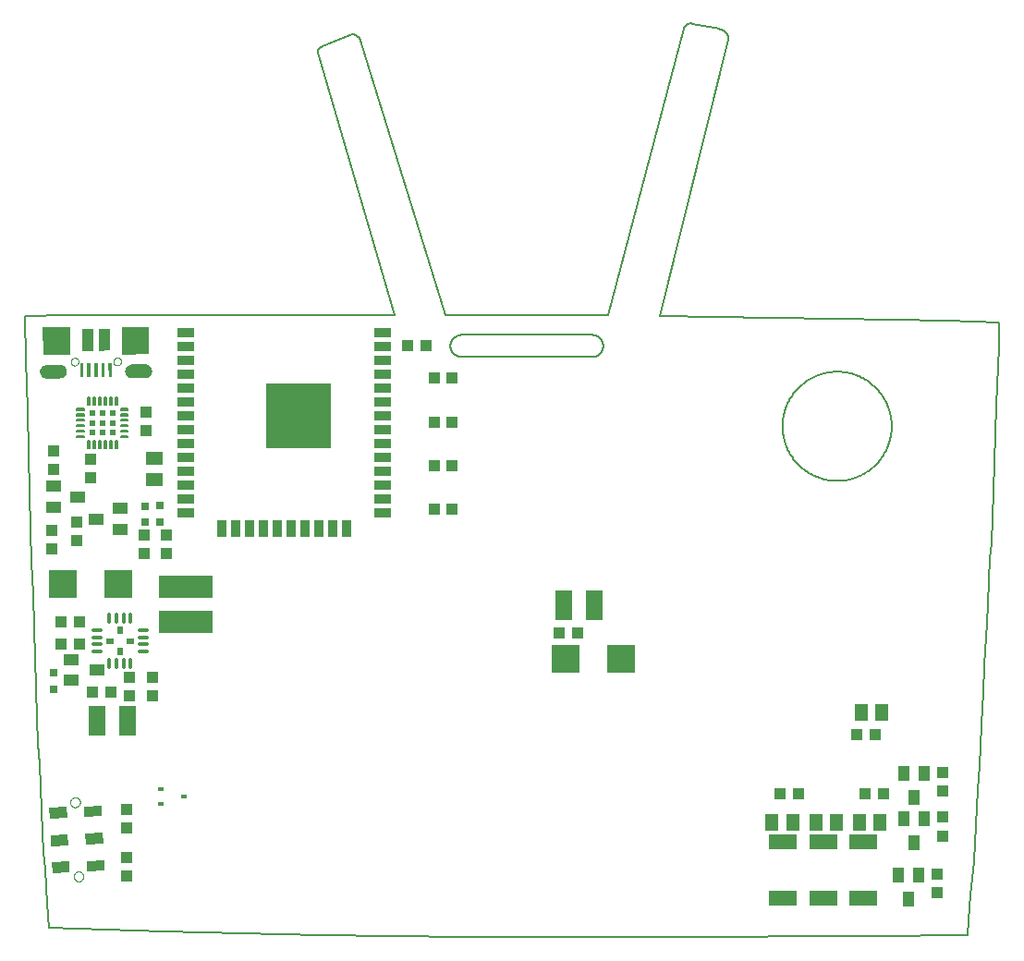
<source format=gbp>
G75*
%MOIN*%
%OFA0B0*%
%FSLAX25Y25*%
%IPPOS*%
%LPD*%
%AMOC8*
5,1,8,0,0,1.08239X$1,22.5*
%
%ADD10C,0.00600*%
%ADD11C,0.00500*%
%ADD12C,0.00591*%
%ADD13R,0.05906X0.03543*%
%ADD14R,0.03543X0.05906*%
%ADD15R,0.23622X0.23622*%
%ADD16R,0.04331X0.03937*%
%ADD17R,0.02362X0.02362*%
%ADD18C,0.00551*%
%ADD19C,0.00000*%
%ADD20R,0.09843X0.09843*%
%ADD21R,0.01181X0.04921*%
%ADD22R,0.07874X0.03937*%
%ADD23R,0.03937X0.04331*%
%ADD24R,0.05512X0.03937*%
%ADD25R,0.10236X0.05512*%
%ADD26R,0.05118X0.05906*%
%ADD27R,0.03937X0.03937*%
%ADD28R,0.03150X0.03150*%
%ADD29R,0.10039X0.09843*%
%ADD30C,0.01378*%
%ADD31R,0.02756X0.02362*%
%ADD32R,0.02362X0.02756*%
%ADD33R,0.19685X0.07874*%
%ADD34R,0.06299X0.10630*%
%ADD35R,0.03937X0.06299*%
%ADD36R,0.03937X0.05512*%
%ADD37R,0.05906X0.05118*%
%ADD38R,0.02362X0.01575*%
D10*
X0018536Y0053992D02*
X0059875Y0052417D01*
X0116174Y0051236D01*
X0168930Y0050449D01*
X0239009Y0050449D01*
X0315781Y0050843D01*
X0349639Y0051236D01*
X0350033Y0056354D01*
X0350426Y0061079D01*
X0350820Y0065409D01*
X0352001Y0078008D01*
X0352788Y0091000D01*
X0353576Y0103598D01*
X0353970Y0112654D01*
X0354363Y0118953D01*
X0354757Y0127220D01*
X0355151Y0132732D01*
X0355544Y0138638D01*
X0355938Y0148480D01*
X0356725Y0163835D01*
X0357119Y0170528D01*
X0357907Y0187063D01*
X0358300Y0192575D01*
X0358694Y0202024D01*
X0359088Y0211079D01*
X0359481Y0221709D01*
X0360269Y0242181D01*
X0361056Y0263441D01*
X0361056Y0272102D01*
X0342552Y0272890D01*
X0302395Y0273677D01*
X0279212Y0273741D01*
X0238661Y0274528D01*
X0283041Y0234773D02*
X0283047Y0235256D01*
X0283065Y0235739D01*
X0283094Y0236221D01*
X0283136Y0236702D01*
X0283189Y0237183D01*
X0283254Y0237661D01*
X0283331Y0238138D01*
X0283419Y0238613D01*
X0283519Y0239086D01*
X0283631Y0239556D01*
X0283754Y0240023D01*
X0283889Y0240487D01*
X0284035Y0240948D01*
X0284192Y0241405D01*
X0284360Y0241858D01*
X0284539Y0242306D01*
X0284730Y0242750D01*
X0284931Y0243189D01*
X0285143Y0243624D01*
X0285365Y0244052D01*
X0285598Y0244476D01*
X0285842Y0244893D01*
X0286095Y0245304D01*
X0286359Y0245709D01*
X0286632Y0246108D01*
X0286915Y0246499D01*
X0287207Y0246884D01*
X0287509Y0247261D01*
X0287820Y0247631D01*
X0288140Y0247993D01*
X0288469Y0248347D01*
X0288807Y0248692D01*
X0289152Y0249030D01*
X0289506Y0249359D01*
X0289868Y0249679D01*
X0290238Y0249990D01*
X0290615Y0250292D01*
X0291000Y0250584D01*
X0291391Y0250867D01*
X0291790Y0251140D01*
X0292195Y0251404D01*
X0292606Y0251657D01*
X0293023Y0251901D01*
X0293447Y0252134D01*
X0293875Y0252356D01*
X0294310Y0252568D01*
X0294749Y0252769D01*
X0295193Y0252960D01*
X0295641Y0253139D01*
X0296094Y0253307D01*
X0296551Y0253464D01*
X0297012Y0253610D01*
X0297476Y0253745D01*
X0297943Y0253868D01*
X0298413Y0253980D01*
X0298886Y0254080D01*
X0299361Y0254168D01*
X0299838Y0254245D01*
X0300316Y0254310D01*
X0300797Y0254363D01*
X0301278Y0254405D01*
X0301760Y0254434D01*
X0302243Y0254452D01*
X0302726Y0254458D01*
X0303209Y0254452D01*
X0303692Y0254434D01*
X0304174Y0254405D01*
X0304655Y0254363D01*
X0305136Y0254310D01*
X0305614Y0254245D01*
X0306091Y0254168D01*
X0306566Y0254080D01*
X0307039Y0253980D01*
X0307509Y0253868D01*
X0307976Y0253745D01*
X0308440Y0253610D01*
X0308901Y0253464D01*
X0309358Y0253307D01*
X0309811Y0253139D01*
X0310259Y0252960D01*
X0310703Y0252769D01*
X0311142Y0252568D01*
X0311577Y0252356D01*
X0312005Y0252134D01*
X0312429Y0251901D01*
X0312846Y0251657D01*
X0313257Y0251404D01*
X0313662Y0251140D01*
X0314061Y0250867D01*
X0314452Y0250584D01*
X0314837Y0250292D01*
X0315214Y0249990D01*
X0315584Y0249679D01*
X0315946Y0249359D01*
X0316300Y0249030D01*
X0316645Y0248692D01*
X0316983Y0248347D01*
X0317312Y0247993D01*
X0317632Y0247631D01*
X0317943Y0247261D01*
X0318245Y0246884D01*
X0318537Y0246499D01*
X0318820Y0246108D01*
X0319093Y0245709D01*
X0319357Y0245304D01*
X0319610Y0244893D01*
X0319854Y0244476D01*
X0320087Y0244052D01*
X0320309Y0243624D01*
X0320521Y0243189D01*
X0320722Y0242750D01*
X0320913Y0242306D01*
X0321092Y0241858D01*
X0321260Y0241405D01*
X0321417Y0240948D01*
X0321563Y0240487D01*
X0321698Y0240023D01*
X0321821Y0239556D01*
X0321933Y0239086D01*
X0322033Y0238613D01*
X0322121Y0238138D01*
X0322198Y0237661D01*
X0322263Y0237183D01*
X0322316Y0236702D01*
X0322358Y0236221D01*
X0322387Y0235739D01*
X0322405Y0235256D01*
X0322411Y0234773D01*
X0322405Y0234290D01*
X0322387Y0233807D01*
X0322358Y0233325D01*
X0322316Y0232844D01*
X0322263Y0232363D01*
X0322198Y0231885D01*
X0322121Y0231408D01*
X0322033Y0230933D01*
X0321933Y0230460D01*
X0321821Y0229990D01*
X0321698Y0229523D01*
X0321563Y0229059D01*
X0321417Y0228598D01*
X0321260Y0228141D01*
X0321092Y0227688D01*
X0320913Y0227240D01*
X0320722Y0226796D01*
X0320521Y0226357D01*
X0320309Y0225922D01*
X0320087Y0225494D01*
X0319854Y0225070D01*
X0319610Y0224653D01*
X0319357Y0224242D01*
X0319093Y0223837D01*
X0318820Y0223438D01*
X0318537Y0223047D01*
X0318245Y0222662D01*
X0317943Y0222285D01*
X0317632Y0221915D01*
X0317312Y0221553D01*
X0316983Y0221199D01*
X0316645Y0220854D01*
X0316300Y0220516D01*
X0315946Y0220187D01*
X0315584Y0219867D01*
X0315214Y0219556D01*
X0314837Y0219254D01*
X0314452Y0218962D01*
X0314061Y0218679D01*
X0313662Y0218406D01*
X0313257Y0218142D01*
X0312846Y0217889D01*
X0312429Y0217645D01*
X0312005Y0217412D01*
X0311577Y0217190D01*
X0311142Y0216978D01*
X0310703Y0216777D01*
X0310259Y0216586D01*
X0309811Y0216407D01*
X0309358Y0216239D01*
X0308901Y0216082D01*
X0308440Y0215936D01*
X0307976Y0215801D01*
X0307509Y0215678D01*
X0307039Y0215566D01*
X0306566Y0215466D01*
X0306091Y0215378D01*
X0305614Y0215301D01*
X0305136Y0215236D01*
X0304655Y0215183D01*
X0304174Y0215141D01*
X0303692Y0215112D01*
X0303209Y0215094D01*
X0302726Y0215088D01*
X0302243Y0215094D01*
X0301760Y0215112D01*
X0301278Y0215141D01*
X0300797Y0215183D01*
X0300316Y0215236D01*
X0299838Y0215301D01*
X0299361Y0215378D01*
X0298886Y0215466D01*
X0298413Y0215566D01*
X0297943Y0215678D01*
X0297476Y0215801D01*
X0297012Y0215936D01*
X0296551Y0216082D01*
X0296094Y0216239D01*
X0295641Y0216407D01*
X0295193Y0216586D01*
X0294749Y0216777D01*
X0294310Y0216978D01*
X0293875Y0217190D01*
X0293447Y0217412D01*
X0293023Y0217645D01*
X0292606Y0217889D01*
X0292195Y0218142D01*
X0291790Y0218406D01*
X0291391Y0218679D01*
X0291000Y0218962D01*
X0290615Y0219254D01*
X0290238Y0219556D01*
X0289868Y0219867D01*
X0289506Y0220187D01*
X0289152Y0220516D01*
X0288807Y0220854D01*
X0288469Y0221199D01*
X0288140Y0221553D01*
X0287820Y0221915D01*
X0287509Y0222285D01*
X0287207Y0222662D01*
X0286915Y0223047D01*
X0286632Y0223438D01*
X0286359Y0223837D01*
X0286095Y0224242D01*
X0285842Y0224653D01*
X0285598Y0225070D01*
X0285365Y0225494D01*
X0285143Y0225922D01*
X0284931Y0226357D01*
X0284730Y0226796D01*
X0284539Y0227240D01*
X0284360Y0227688D01*
X0284192Y0228141D01*
X0284035Y0228598D01*
X0283889Y0229059D01*
X0283754Y0229523D01*
X0283631Y0229990D01*
X0283519Y0230460D01*
X0283419Y0230933D01*
X0283331Y0231408D01*
X0283254Y0231885D01*
X0283189Y0232363D01*
X0283136Y0232844D01*
X0283094Y0233325D01*
X0283065Y0233807D01*
X0283047Y0234290D01*
X0283041Y0234773D01*
X0024881Y0274725D02*
X0009875Y0274465D01*
X0010269Y0258717D01*
X0010662Y0241000D01*
X0011056Y0224858D01*
X0011450Y0211079D01*
X0011844Y0197693D01*
X0012237Y0185488D01*
X0012631Y0174465D01*
X0013025Y0161866D01*
X0013418Y0151630D01*
X0014206Y0129583D01*
X0014599Y0120134D01*
X0014993Y0113047D01*
X0015387Y0104780D01*
X0015781Y0096118D01*
X0016174Y0088638D01*
X0016568Y0080764D01*
X0016962Y0075252D01*
X0017355Y0068559D01*
X0017749Y0063047D01*
X0018143Y0058323D01*
X0018536Y0053992D01*
D11*
X0017904Y0252341D02*
X0017460Y0252364D01*
X0017029Y0252473D01*
X0016628Y0252664D01*
X0016272Y0252929D01*
X0015975Y0253259D01*
X0015747Y0253640D01*
X0015598Y0254059D01*
X0015534Y0254498D01*
X0015595Y0254938D01*
X0015741Y0255358D01*
X0015966Y0255741D01*
X0016261Y0256073D01*
X0016616Y0256341D01*
X0017015Y0256534D01*
X0017445Y0256646D01*
X0017889Y0256672D01*
X0022219Y0256687D01*
X0022663Y0256664D01*
X0023094Y0256555D01*
X0023495Y0256365D01*
X0023851Y0256099D01*
X0024149Y0255770D01*
X0024376Y0255388D01*
X0024525Y0254969D01*
X0024589Y0254530D01*
X0024512Y0254028D01*
X0024326Y0253557D01*
X0024039Y0253138D01*
X0023666Y0252794D01*
X0023226Y0252541D01*
X0022741Y0252393D01*
X0022234Y0252356D01*
X0017904Y0252341D01*
X0016581Y0252699D02*
X0023500Y0252699D01*
X0024079Y0253197D02*
X0016030Y0253197D01*
X0015727Y0253696D02*
X0024381Y0253696D01*
X0024538Y0254194D02*
X0015578Y0254194D01*
X0015561Y0254693D02*
X0024565Y0254693D01*
X0024446Y0255191D02*
X0015683Y0255191D01*
X0015936Y0255690D02*
X0024196Y0255690D01*
X0023732Y0256188D02*
X0016414Y0256188D01*
X0022114Y0256687D02*
X0022227Y0256687D01*
X0046242Y0254606D02*
X0046307Y0254166D01*
X0046455Y0253747D01*
X0046683Y0253366D01*
X0046981Y0253036D01*
X0047337Y0252771D01*
X0047738Y0252580D01*
X0048169Y0252471D01*
X0048612Y0252448D01*
X0052943Y0252464D01*
X0053449Y0252500D01*
X0053934Y0252648D01*
X0054374Y0252901D01*
X0054747Y0253245D01*
X0055034Y0253664D01*
X0055221Y0254136D01*
X0055298Y0254637D01*
X0055233Y0255077D01*
X0055085Y0255495D01*
X0054857Y0255877D01*
X0054559Y0256206D01*
X0054203Y0256472D01*
X0053802Y0256663D01*
X0053371Y0256771D01*
X0052928Y0256794D01*
X0048597Y0256779D01*
X0048154Y0256753D01*
X0047724Y0256641D01*
X0047324Y0256448D01*
X0046970Y0256180D01*
X0046674Y0255848D01*
X0046449Y0255465D01*
X0046304Y0255045D01*
X0046242Y0254606D01*
X0046255Y0254693D02*
X0055289Y0254693D01*
X0055230Y0254194D02*
X0046303Y0254194D01*
X0046486Y0253696D02*
X0055047Y0253696D01*
X0054695Y0253197D02*
X0046835Y0253197D01*
X0047489Y0252699D02*
X0054022Y0252699D01*
X0055193Y0255191D02*
X0046354Y0255191D01*
X0046581Y0255690D02*
X0054969Y0255690D01*
X0054576Y0256188D02*
X0046980Y0256188D01*
X0047898Y0256687D02*
X0053707Y0256687D01*
X0167177Y0259861D02*
X0214421Y0259861D01*
X0218358Y0263798D02*
X0218356Y0263922D01*
X0218350Y0264045D01*
X0218341Y0264169D01*
X0218327Y0264291D01*
X0218310Y0264414D01*
X0218288Y0264536D01*
X0218263Y0264657D01*
X0218234Y0264777D01*
X0218202Y0264896D01*
X0218165Y0265015D01*
X0218125Y0265132D01*
X0218082Y0265247D01*
X0218034Y0265362D01*
X0217983Y0265474D01*
X0217929Y0265585D01*
X0217871Y0265695D01*
X0217810Y0265802D01*
X0217745Y0265908D01*
X0217677Y0266011D01*
X0217606Y0266112D01*
X0217532Y0266211D01*
X0217455Y0266308D01*
X0217374Y0266402D01*
X0217291Y0266493D01*
X0217205Y0266582D01*
X0217116Y0266668D01*
X0217025Y0266751D01*
X0216931Y0266832D01*
X0216834Y0266909D01*
X0216735Y0266983D01*
X0216634Y0267054D01*
X0216531Y0267122D01*
X0216425Y0267187D01*
X0216318Y0267248D01*
X0216208Y0267306D01*
X0216097Y0267360D01*
X0215985Y0267411D01*
X0215870Y0267459D01*
X0215755Y0267502D01*
X0215638Y0267542D01*
X0215519Y0267579D01*
X0215400Y0267611D01*
X0215280Y0267640D01*
X0215159Y0267665D01*
X0215037Y0267687D01*
X0214914Y0267704D01*
X0214792Y0267718D01*
X0214668Y0267727D01*
X0214545Y0267733D01*
X0214421Y0267735D01*
X0167177Y0267735D01*
X0163240Y0263798D02*
X0163242Y0263674D01*
X0163248Y0263551D01*
X0163257Y0263427D01*
X0163271Y0263305D01*
X0163288Y0263182D01*
X0163310Y0263060D01*
X0163335Y0262939D01*
X0163364Y0262819D01*
X0163396Y0262700D01*
X0163433Y0262581D01*
X0163473Y0262464D01*
X0163516Y0262349D01*
X0163564Y0262234D01*
X0163615Y0262122D01*
X0163669Y0262011D01*
X0163727Y0261901D01*
X0163788Y0261794D01*
X0163853Y0261688D01*
X0163921Y0261585D01*
X0163992Y0261484D01*
X0164066Y0261385D01*
X0164143Y0261288D01*
X0164224Y0261194D01*
X0164307Y0261103D01*
X0164393Y0261014D01*
X0164482Y0260928D01*
X0164573Y0260845D01*
X0164667Y0260764D01*
X0164764Y0260687D01*
X0164863Y0260613D01*
X0164964Y0260542D01*
X0165067Y0260474D01*
X0165173Y0260409D01*
X0165280Y0260348D01*
X0165390Y0260290D01*
X0165501Y0260236D01*
X0165613Y0260185D01*
X0165728Y0260137D01*
X0165843Y0260094D01*
X0165960Y0260054D01*
X0166079Y0260017D01*
X0166198Y0259985D01*
X0166318Y0259956D01*
X0166439Y0259931D01*
X0166561Y0259909D01*
X0166684Y0259892D01*
X0166806Y0259878D01*
X0166930Y0259869D01*
X0167053Y0259863D01*
X0167177Y0259861D01*
X0163240Y0263798D02*
X0163242Y0263922D01*
X0163248Y0264045D01*
X0163257Y0264169D01*
X0163271Y0264291D01*
X0163288Y0264414D01*
X0163310Y0264536D01*
X0163335Y0264657D01*
X0163364Y0264777D01*
X0163396Y0264896D01*
X0163433Y0265015D01*
X0163473Y0265132D01*
X0163516Y0265247D01*
X0163564Y0265362D01*
X0163615Y0265474D01*
X0163669Y0265585D01*
X0163727Y0265695D01*
X0163788Y0265802D01*
X0163853Y0265908D01*
X0163921Y0266011D01*
X0163992Y0266112D01*
X0164066Y0266211D01*
X0164143Y0266308D01*
X0164224Y0266402D01*
X0164307Y0266493D01*
X0164393Y0266582D01*
X0164482Y0266668D01*
X0164573Y0266751D01*
X0164667Y0266832D01*
X0164764Y0266909D01*
X0164863Y0266983D01*
X0164964Y0267054D01*
X0165067Y0267122D01*
X0165173Y0267187D01*
X0165280Y0267248D01*
X0165390Y0267306D01*
X0165501Y0267360D01*
X0165613Y0267411D01*
X0165728Y0267459D01*
X0165843Y0267502D01*
X0165960Y0267542D01*
X0166079Y0267579D01*
X0166198Y0267611D01*
X0166318Y0267640D01*
X0166439Y0267665D01*
X0166561Y0267687D01*
X0166684Y0267704D01*
X0166806Y0267718D01*
X0166930Y0267727D01*
X0167053Y0267733D01*
X0167177Y0267735D01*
X0214421Y0259861D02*
X0214545Y0259863D01*
X0214668Y0259869D01*
X0214792Y0259878D01*
X0214914Y0259892D01*
X0215037Y0259909D01*
X0215159Y0259931D01*
X0215280Y0259956D01*
X0215400Y0259985D01*
X0215519Y0260017D01*
X0215638Y0260054D01*
X0215755Y0260094D01*
X0215870Y0260137D01*
X0215985Y0260185D01*
X0216097Y0260236D01*
X0216208Y0260290D01*
X0216318Y0260348D01*
X0216425Y0260409D01*
X0216531Y0260474D01*
X0216634Y0260542D01*
X0216735Y0260613D01*
X0216834Y0260687D01*
X0216931Y0260764D01*
X0217025Y0260845D01*
X0217116Y0260928D01*
X0217205Y0261014D01*
X0217291Y0261103D01*
X0217374Y0261194D01*
X0217455Y0261288D01*
X0217532Y0261385D01*
X0217606Y0261484D01*
X0217677Y0261585D01*
X0217745Y0261688D01*
X0217810Y0261794D01*
X0217871Y0261901D01*
X0217929Y0262011D01*
X0217983Y0262122D01*
X0218034Y0262234D01*
X0218082Y0262349D01*
X0218125Y0262464D01*
X0218165Y0262581D01*
X0218202Y0262700D01*
X0218234Y0262819D01*
X0218263Y0262939D01*
X0218288Y0263060D01*
X0218310Y0263182D01*
X0218327Y0263305D01*
X0218341Y0263427D01*
X0218350Y0263551D01*
X0218356Y0263674D01*
X0218358Y0263798D01*
D12*
X0220157Y0274922D02*
X0247322Y0378072D01*
X0247322Y0378071D02*
X0247347Y0378169D01*
X0247375Y0378266D01*
X0247407Y0378361D01*
X0247442Y0378455D01*
X0247481Y0378548D01*
X0247524Y0378639D01*
X0247570Y0378728D01*
X0247620Y0378816D01*
X0247672Y0378902D01*
X0247728Y0378985D01*
X0247788Y0379067D01*
X0247850Y0379146D01*
X0247915Y0379222D01*
X0247983Y0379296D01*
X0248054Y0379367D01*
X0248128Y0379436D01*
X0248204Y0379502D01*
X0248283Y0379565D01*
X0248364Y0379624D01*
X0248447Y0379681D01*
X0248532Y0379734D01*
X0248619Y0379784D01*
X0248709Y0379831D01*
X0248799Y0379874D01*
X0248892Y0379914D01*
X0248986Y0379950D01*
X0249081Y0379982D01*
X0249177Y0380011D01*
X0249275Y0380036D01*
X0249373Y0380057D01*
X0249472Y0380075D01*
X0249572Y0380089D01*
X0249672Y0380099D01*
X0249772Y0380105D01*
X0249873Y0380107D01*
X0249974Y0380105D01*
X0250074Y0380100D01*
X0250174Y0380091D01*
X0250274Y0380077D01*
X0250373Y0380060D01*
X0250471Y0380040D01*
X0250472Y0380040D02*
X0260314Y0378072D01*
X0260315Y0378071D02*
X0260430Y0378056D01*
X0260546Y0378038D01*
X0260660Y0378016D01*
X0260774Y0377989D01*
X0260887Y0377960D01*
X0260998Y0377926D01*
X0261109Y0377889D01*
X0261218Y0377849D01*
X0261326Y0377804D01*
X0261433Y0377757D01*
X0261538Y0377705D01*
X0261641Y0377651D01*
X0261742Y0377593D01*
X0261841Y0377532D01*
X0261938Y0377467D01*
X0262034Y0377400D01*
X0262126Y0377329D01*
X0262217Y0377255D01*
X0262305Y0377179D01*
X0262390Y0377099D01*
X0262473Y0377017D01*
X0262553Y0376932D01*
X0262630Y0376845D01*
X0262705Y0376755D01*
X0262776Y0376663D01*
X0262844Y0376568D01*
X0262910Y0376471D01*
X0262972Y0376373D01*
X0263030Y0376272D01*
X0263086Y0376169D01*
X0263138Y0376065D01*
X0263186Y0375959D01*
X0263231Y0375851D01*
X0263273Y0375742D01*
X0263311Y0375632D01*
X0263345Y0375520D01*
X0263376Y0375408D01*
X0263403Y0375294D01*
X0263426Y0375180D01*
X0263445Y0375065D01*
X0263461Y0374949D01*
X0263473Y0374833D01*
X0263481Y0374717D01*
X0263485Y0374600D01*
X0263486Y0374484D01*
X0263482Y0374367D01*
X0263475Y0374250D01*
X0263464Y0374134D01*
X0263464Y0374135D02*
X0238661Y0274528D01*
X0220157Y0274922D02*
X0161496Y0274922D01*
X0130787Y0373741D01*
X0130770Y0373843D01*
X0130750Y0373946D01*
X0130726Y0374047D01*
X0130698Y0374147D01*
X0130666Y0374246D01*
X0130630Y0374344D01*
X0130591Y0374441D01*
X0130549Y0374536D01*
X0130502Y0374629D01*
X0130453Y0374720D01*
X0130400Y0374810D01*
X0130343Y0374898D01*
X0130284Y0374983D01*
X0130221Y0375066D01*
X0130155Y0375147D01*
X0130086Y0375225D01*
X0130015Y0375300D01*
X0129940Y0375373D01*
X0129863Y0375443D01*
X0129784Y0375510D01*
X0129701Y0375574D01*
X0129617Y0375635D01*
X0129530Y0375693D01*
X0129442Y0375747D01*
X0129351Y0375798D01*
X0129258Y0375846D01*
X0129164Y0375890D01*
X0129068Y0375931D01*
X0128971Y0375968D01*
X0128872Y0376001D01*
X0128772Y0376031D01*
X0128671Y0376056D01*
X0128570Y0376078D01*
X0128467Y0376097D01*
X0128364Y0376111D01*
X0128260Y0376122D01*
X0128157Y0376128D01*
X0128052Y0376131D01*
X0127948Y0376130D01*
X0127844Y0376125D01*
X0127741Y0376116D01*
X0127637Y0376103D01*
X0117007Y0371772D01*
X0116922Y0371753D01*
X0116837Y0371730D01*
X0116754Y0371704D01*
X0116672Y0371674D01*
X0116591Y0371640D01*
X0116511Y0371603D01*
X0116434Y0371563D01*
X0116358Y0371519D01*
X0116284Y0371472D01*
X0116213Y0371421D01*
X0116143Y0371368D01*
X0116076Y0371312D01*
X0116012Y0371252D01*
X0115950Y0371190D01*
X0115891Y0371126D01*
X0115834Y0371059D01*
X0115781Y0370989D01*
X0115731Y0370917D01*
X0115684Y0370843D01*
X0115640Y0370768D01*
X0115600Y0370690D01*
X0115563Y0370610D01*
X0115530Y0370529D01*
X0115500Y0370447D01*
X0115474Y0370364D01*
X0115451Y0370279D01*
X0115432Y0370193D01*
X0115417Y0370107D01*
X0115406Y0370020D01*
X0115398Y0369933D01*
X0115394Y0369846D01*
X0115395Y0369758D01*
X0115398Y0369671D01*
X0115406Y0369583D01*
X0115418Y0369497D01*
X0115433Y0369410D01*
X0142992Y0274922D01*
X0024881Y0274725D01*
D13*
X0067769Y0268719D03*
X0067769Y0263719D03*
X0067769Y0258719D03*
X0067769Y0253719D03*
X0067769Y0248719D03*
X0067769Y0243719D03*
X0067769Y0238719D03*
X0067769Y0233719D03*
X0067769Y0228719D03*
X0067769Y0223719D03*
X0067769Y0218719D03*
X0067769Y0213719D03*
X0067769Y0208719D03*
X0067769Y0203719D03*
X0138635Y0203719D03*
X0138635Y0208719D03*
X0138635Y0213719D03*
X0138635Y0218719D03*
X0138635Y0223719D03*
X0138635Y0228719D03*
X0138635Y0233719D03*
X0138635Y0238719D03*
X0138635Y0243719D03*
X0138635Y0248719D03*
X0138635Y0253719D03*
X0138635Y0258719D03*
X0138635Y0263719D03*
X0138635Y0268719D03*
D14*
X0125702Y0197853D03*
X0120702Y0197853D03*
X0115702Y0197853D03*
X0110702Y0197853D03*
X0105702Y0197853D03*
X0100702Y0197853D03*
X0095702Y0197853D03*
X0090702Y0197853D03*
X0085702Y0197853D03*
X0080702Y0197853D03*
D15*
X0108320Y0238404D03*
D16*
X0147718Y0263920D03*
X0154411Y0263920D03*
X0060833Y0195546D03*
X0060833Y0188854D03*
X0052733Y0188854D03*
X0052733Y0195546D03*
X0033518Y0216335D03*
X0033518Y0223028D03*
X0020018Y0225828D03*
X0020018Y0219135D03*
X0028369Y0200342D03*
X0028369Y0193649D03*
X0047559Y0144229D03*
X0047559Y0137536D03*
X0055659Y0137536D03*
X0055659Y0144229D03*
X0046526Y0096683D03*
X0046526Y0089990D03*
X0046314Y0079335D03*
X0046314Y0072642D03*
X0202303Y0160291D03*
X0208996Y0160291D03*
X0309836Y0123540D03*
X0316529Y0123540D03*
X0340733Y0110046D03*
X0340733Y0103354D03*
X0340833Y0093746D03*
X0340833Y0087054D03*
X0338733Y0073346D03*
X0338733Y0066654D03*
D17*
X0041292Y0232476D03*
X0041292Y0236019D03*
X0041292Y0239562D03*
X0037748Y0239562D03*
X0034205Y0239562D03*
X0034205Y0236019D03*
X0037748Y0236019D03*
X0037748Y0232476D03*
X0034205Y0232476D03*
D18*
X0034520Y0229445D02*
X0034520Y0226845D01*
X0034520Y0229445D02*
X0035072Y0229445D01*
X0035072Y0226845D01*
X0034520Y0226845D01*
X0034520Y0227368D02*
X0035072Y0227368D01*
X0035072Y0227891D02*
X0034520Y0227891D01*
X0034520Y0228414D02*
X0035072Y0228414D01*
X0035072Y0228937D02*
X0034520Y0228937D01*
X0032551Y0229445D02*
X0032551Y0226845D01*
X0032551Y0229445D02*
X0033103Y0229445D01*
X0033103Y0226845D01*
X0032551Y0226845D01*
X0032551Y0227368D02*
X0033103Y0227368D01*
X0033103Y0227891D02*
X0032551Y0227891D01*
X0032551Y0228414D02*
X0033103Y0228414D01*
X0033103Y0228937D02*
X0032551Y0228937D01*
X0031174Y0230822D02*
X0028574Y0230822D01*
X0028574Y0231374D01*
X0031174Y0231374D01*
X0031174Y0230822D01*
X0031174Y0231345D02*
X0028574Y0231345D01*
X0028574Y0232790D02*
X0031174Y0232790D01*
X0028574Y0232790D02*
X0028574Y0233342D01*
X0031174Y0233342D01*
X0031174Y0232790D01*
X0031174Y0233313D02*
X0028574Y0233313D01*
X0028574Y0234759D02*
X0031174Y0234759D01*
X0028574Y0234759D02*
X0028574Y0235311D01*
X0031174Y0235311D01*
X0031174Y0234759D01*
X0031174Y0235282D02*
X0028574Y0235282D01*
X0028574Y0236727D02*
X0031174Y0236727D01*
X0028574Y0236727D02*
X0028574Y0237279D01*
X0031174Y0237279D01*
X0031174Y0236727D01*
X0031174Y0237250D02*
X0028574Y0237250D01*
X0028574Y0238696D02*
X0031174Y0238696D01*
X0028574Y0238696D02*
X0028574Y0239248D01*
X0031174Y0239248D01*
X0031174Y0238696D01*
X0031174Y0239219D02*
X0028574Y0239219D01*
X0028574Y0240664D02*
X0031174Y0240664D01*
X0028574Y0240664D02*
X0028574Y0241216D01*
X0031174Y0241216D01*
X0031174Y0240664D01*
X0031174Y0241187D02*
X0028574Y0241187D01*
X0033103Y0242593D02*
X0033103Y0245193D01*
X0033103Y0242593D02*
X0032551Y0242593D01*
X0032551Y0245193D01*
X0033103Y0245193D01*
X0033103Y0243116D02*
X0032551Y0243116D01*
X0032551Y0243639D02*
X0033103Y0243639D01*
X0033103Y0244162D02*
X0032551Y0244162D01*
X0032551Y0244685D02*
X0033103Y0244685D01*
X0035072Y0245193D02*
X0035072Y0242593D01*
X0034520Y0242593D01*
X0034520Y0245193D01*
X0035072Y0245193D01*
X0035072Y0243116D02*
X0034520Y0243116D01*
X0034520Y0243639D02*
X0035072Y0243639D01*
X0035072Y0244162D02*
X0034520Y0244162D01*
X0034520Y0244685D02*
X0035072Y0244685D01*
X0037040Y0245193D02*
X0037040Y0242593D01*
X0036488Y0242593D01*
X0036488Y0245193D01*
X0037040Y0245193D01*
X0037040Y0243116D02*
X0036488Y0243116D01*
X0036488Y0243639D02*
X0037040Y0243639D01*
X0037040Y0244162D02*
X0036488Y0244162D01*
X0036488Y0244685D02*
X0037040Y0244685D01*
X0039009Y0245193D02*
X0039009Y0242593D01*
X0038457Y0242593D01*
X0038457Y0245193D01*
X0039009Y0245193D01*
X0039009Y0243116D02*
X0038457Y0243116D01*
X0038457Y0243639D02*
X0039009Y0243639D01*
X0039009Y0244162D02*
X0038457Y0244162D01*
X0038457Y0244685D02*
X0039009Y0244685D01*
X0040977Y0245193D02*
X0040977Y0242593D01*
X0040425Y0242593D01*
X0040425Y0245193D01*
X0040977Y0245193D01*
X0040977Y0243116D02*
X0040425Y0243116D01*
X0040425Y0243639D02*
X0040977Y0243639D01*
X0040977Y0244162D02*
X0040425Y0244162D01*
X0040425Y0244685D02*
X0040977Y0244685D01*
X0042946Y0245193D02*
X0042946Y0242593D01*
X0042394Y0242593D01*
X0042394Y0245193D01*
X0042946Y0245193D01*
X0042946Y0243116D02*
X0042394Y0243116D01*
X0042394Y0243639D02*
X0042946Y0243639D01*
X0042946Y0244162D02*
X0042394Y0244162D01*
X0042394Y0244685D02*
X0042946Y0244685D01*
X0044322Y0241216D02*
X0046922Y0241216D01*
X0046922Y0240664D01*
X0044322Y0240664D01*
X0044322Y0241216D01*
X0044322Y0241187D02*
X0046922Y0241187D01*
X0046922Y0239248D02*
X0044322Y0239248D01*
X0046922Y0239248D02*
X0046922Y0238696D01*
X0044322Y0238696D01*
X0044322Y0239248D01*
X0044322Y0239219D02*
X0046922Y0239219D01*
X0046922Y0237279D02*
X0044322Y0237279D01*
X0046922Y0237279D02*
X0046922Y0236727D01*
X0044322Y0236727D01*
X0044322Y0237279D01*
X0044322Y0237250D02*
X0046922Y0237250D01*
X0046922Y0235311D02*
X0044322Y0235311D01*
X0046922Y0235311D02*
X0046922Y0234759D01*
X0044322Y0234759D01*
X0044322Y0235311D01*
X0044322Y0235282D02*
X0046922Y0235282D01*
X0046922Y0233342D02*
X0044322Y0233342D01*
X0046922Y0233342D02*
X0046922Y0232790D01*
X0044322Y0232790D01*
X0044322Y0233342D01*
X0044322Y0233313D02*
X0046922Y0233313D01*
X0046922Y0231374D02*
X0044322Y0231374D01*
X0046922Y0231374D02*
X0046922Y0230822D01*
X0044322Y0230822D01*
X0044322Y0231374D01*
X0044322Y0231345D02*
X0046922Y0231345D01*
X0042394Y0229445D02*
X0042394Y0226845D01*
X0042394Y0229445D02*
X0042946Y0229445D01*
X0042946Y0226845D01*
X0042394Y0226845D01*
X0042394Y0227368D02*
X0042946Y0227368D01*
X0042946Y0227891D02*
X0042394Y0227891D01*
X0042394Y0228414D02*
X0042946Y0228414D01*
X0042946Y0228937D02*
X0042394Y0228937D01*
X0040425Y0229445D02*
X0040425Y0226845D01*
X0040425Y0229445D02*
X0040977Y0229445D01*
X0040977Y0226845D01*
X0040425Y0226845D01*
X0040425Y0227368D02*
X0040977Y0227368D01*
X0040977Y0227891D02*
X0040425Y0227891D01*
X0040425Y0228414D02*
X0040977Y0228414D01*
X0040977Y0228937D02*
X0040425Y0228937D01*
X0038457Y0229445D02*
X0038457Y0226845D01*
X0038457Y0229445D02*
X0039009Y0229445D01*
X0039009Y0226845D01*
X0038457Y0226845D01*
X0038457Y0227368D02*
X0039009Y0227368D01*
X0039009Y0227891D02*
X0038457Y0227891D01*
X0038457Y0228414D02*
X0039009Y0228414D01*
X0039009Y0228937D02*
X0038457Y0228937D01*
X0036488Y0229445D02*
X0036488Y0226845D01*
X0036488Y0229445D02*
X0037040Y0229445D01*
X0037040Y0226845D01*
X0036488Y0226845D01*
X0036488Y0227368D02*
X0037040Y0227368D01*
X0037040Y0227891D02*
X0036488Y0227891D01*
X0036488Y0228414D02*
X0037040Y0228414D01*
X0037040Y0228937D02*
X0036488Y0228937D01*
D19*
X0041703Y0258138D02*
X0041705Y0258212D01*
X0041711Y0258286D01*
X0041721Y0258359D01*
X0041735Y0258432D01*
X0041752Y0258504D01*
X0041774Y0258574D01*
X0041799Y0258644D01*
X0041828Y0258712D01*
X0041861Y0258778D01*
X0041897Y0258843D01*
X0041937Y0258905D01*
X0041979Y0258966D01*
X0042025Y0259024D01*
X0042074Y0259079D01*
X0042126Y0259132D01*
X0042181Y0259182D01*
X0042238Y0259228D01*
X0042298Y0259272D01*
X0042360Y0259312D01*
X0042424Y0259349D01*
X0042490Y0259383D01*
X0042558Y0259413D01*
X0042627Y0259439D01*
X0042698Y0259462D01*
X0042769Y0259480D01*
X0042842Y0259495D01*
X0042915Y0259506D01*
X0042989Y0259513D01*
X0043063Y0259516D01*
X0043136Y0259515D01*
X0043210Y0259510D01*
X0043284Y0259501D01*
X0043357Y0259488D01*
X0043429Y0259471D01*
X0043500Y0259451D01*
X0043570Y0259426D01*
X0043638Y0259398D01*
X0043705Y0259367D01*
X0043770Y0259331D01*
X0043833Y0259293D01*
X0043894Y0259251D01*
X0043953Y0259205D01*
X0044009Y0259157D01*
X0044062Y0259106D01*
X0044112Y0259052D01*
X0044160Y0258995D01*
X0044204Y0258936D01*
X0044246Y0258874D01*
X0044284Y0258811D01*
X0044318Y0258745D01*
X0044349Y0258678D01*
X0044376Y0258609D01*
X0044399Y0258539D01*
X0044419Y0258468D01*
X0044435Y0258395D01*
X0044447Y0258322D01*
X0044455Y0258249D01*
X0044459Y0258175D01*
X0044459Y0258101D01*
X0044455Y0258027D01*
X0044447Y0257954D01*
X0044435Y0257881D01*
X0044419Y0257808D01*
X0044399Y0257737D01*
X0044376Y0257667D01*
X0044349Y0257598D01*
X0044318Y0257531D01*
X0044284Y0257465D01*
X0044246Y0257402D01*
X0044204Y0257340D01*
X0044160Y0257281D01*
X0044112Y0257224D01*
X0044062Y0257170D01*
X0044009Y0257119D01*
X0043953Y0257071D01*
X0043894Y0257025D01*
X0043833Y0256983D01*
X0043770Y0256945D01*
X0043705Y0256909D01*
X0043638Y0256878D01*
X0043570Y0256850D01*
X0043500Y0256825D01*
X0043429Y0256805D01*
X0043357Y0256788D01*
X0043284Y0256775D01*
X0043210Y0256766D01*
X0043136Y0256761D01*
X0043063Y0256760D01*
X0042989Y0256763D01*
X0042915Y0256770D01*
X0042842Y0256781D01*
X0042769Y0256796D01*
X0042698Y0256814D01*
X0042627Y0256837D01*
X0042558Y0256863D01*
X0042490Y0256893D01*
X0042424Y0256927D01*
X0042360Y0256964D01*
X0042298Y0257004D01*
X0042238Y0257048D01*
X0042181Y0257094D01*
X0042126Y0257144D01*
X0042074Y0257197D01*
X0042025Y0257252D01*
X0041979Y0257310D01*
X0041937Y0257371D01*
X0041897Y0257433D01*
X0041861Y0257498D01*
X0041828Y0257564D01*
X0041799Y0257632D01*
X0041774Y0257702D01*
X0041752Y0257772D01*
X0041735Y0257844D01*
X0041721Y0257917D01*
X0041711Y0257990D01*
X0041705Y0258064D01*
X0041703Y0258138D01*
X0047783Y0264453D02*
X0047775Y0266816D01*
X0047775Y0266815D02*
X0047786Y0266892D01*
X0047801Y0266969D01*
X0047820Y0267044D01*
X0047842Y0267119D01*
X0047868Y0267192D01*
X0047898Y0267264D01*
X0047931Y0267335D01*
X0047968Y0267404D01*
X0048008Y0267471D01*
X0048051Y0267535D01*
X0048097Y0267598D01*
X0048146Y0267658D01*
X0048199Y0267716D01*
X0048254Y0267771D01*
X0048311Y0267824D01*
X0048371Y0267873D01*
X0048434Y0267920D01*
X0048498Y0267963D01*
X0048565Y0268003D01*
X0048634Y0268040D01*
X0048704Y0268074D01*
X0048776Y0268104D01*
X0048849Y0268130D01*
X0048924Y0268153D01*
X0048999Y0268172D01*
X0049076Y0268187D01*
X0049153Y0268199D01*
X0049230Y0268206D01*
X0049308Y0268210D01*
X0049386Y0268211D01*
X0049464Y0268207D01*
X0049541Y0268199D01*
X0049542Y0268200D02*
X0049619Y0268208D01*
X0049697Y0268212D01*
X0049775Y0268213D01*
X0049853Y0268209D01*
X0049930Y0268202D01*
X0050007Y0268191D01*
X0050084Y0268176D01*
X0050159Y0268158D01*
X0050234Y0268135D01*
X0050308Y0268110D01*
X0050380Y0268080D01*
X0050450Y0268047D01*
X0050519Y0268011D01*
X0050586Y0267971D01*
X0050651Y0267928D01*
X0050714Y0267882D01*
X0050774Y0267833D01*
X0050832Y0267781D01*
X0050888Y0267726D01*
X0050940Y0267669D01*
X0050990Y0267609D01*
X0051037Y0267546D01*
X0051080Y0267482D01*
X0051121Y0267415D01*
X0051158Y0267347D01*
X0051192Y0267277D01*
X0051222Y0267205D01*
X0051248Y0267132D01*
X0051271Y0267057D01*
X0051291Y0266982D01*
X0051306Y0266905D01*
X0051318Y0266828D01*
X0051326Y0264466D01*
X0051315Y0264389D01*
X0051300Y0264312D01*
X0051281Y0264237D01*
X0051259Y0264162D01*
X0051233Y0264089D01*
X0051203Y0264017D01*
X0051170Y0263946D01*
X0051133Y0263877D01*
X0051093Y0263810D01*
X0051050Y0263746D01*
X0051004Y0263683D01*
X0050955Y0263623D01*
X0050902Y0263565D01*
X0050847Y0263510D01*
X0050790Y0263457D01*
X0050730Y0263408D01*
X0050667Y0263361D01*
X0050603Y0263318D01*
X0050536Y0263278D01*
X0050467Y0263241D01*
X0050397Y0263207D01*
X0050325Y0263177D01*
X0050252Y0263151D01*
X0050177Y0263128D01*
X0050102Y0263109D01*
X0050025Y0263094D01*
X0049948Y0263082D01*
X0049871Y0263075D01*
X0049793Y0263071D01*
X0049715Y0263070D01*
X0049637Y0263074D01*
X0049560Y0263082D01*
X0049559Y0263082D02*
X0049482Y0263074D01*
X0049404Y0263070D01*
X0049326Y0263069D01*
X0049248Y0263073D01*
X0049171Y0263080D01*
X0049094Y0263091D01*
X0049017Y0263106D01*
X0048942Y0263124D01*
X0048867Y0263147D01*
X0048793Y0263172D01*
X0048721Y0263202D01*
X0048651Y0263235D01*
X0048582Y0263271D01*
X0048515Y0263311D01*
X0048450Y0263354D01*
X0048387Y0263400D01*
X0048327Y0263449D01*
X0048269Y0263501D01*
X0048213Y0263556D01*
X0048161Y0263613D01*
X0048111Y0263673D01*
X0048064Y0263736D01*
X0048021Y0263800D01*
X0047980Y0263867D01*
X0047943Y0263935D01*
X0047909Y0264005D01*
X0047879Y0264077D01*
X0047853Y0264150D01*
X0047830Y0264225D01*
X0047810Y0264300D01*
X0047795Y0264377D01*
X0047783Y0264454D01*
X0026348Y0258084D02*
X0026350Y0258158D01*
X0026356Y0258232D01*
X0026366Y0258305D01*
X0026380Y0258378D01*
X0026397Y0258450D01*
X0026419Y0258520D01*
X0026444Y0258590D01*
X0026473Y0258658D01*
X0026506Y0258724D01*
X0026542Y0258789D01*
X0026582Y0258851D01*
X0026624Y0258912D01*
X0026670Y0258970D01*
X0026719Y0259025D01*
X0026771Y0259078D01*
X0026826Y0259128D01*
X0026883Y0259174D01*
X0026943Y0259218D01*
X0027005Y0259258D01*
X0027069Y0259295D01*
X0027135Y0259329D01*
X0027203Y0259359D01*
X0027272Y0259385D01*
X0027343Y0259408D01*
X0027414Y0259426D01*
X0027487Y0259441D01*
X0027560Y0259452D01*
X0027634Y0259459D01*
X0027708Y0259462D01*
X0027781Y0259461D01*
X0027855Y0259456D01*
X0027929Y0259447D01*
X0028002Y0259434D01*
X0028074Y0259417D01*
X0028145Y0259397D01*
X0028215Y0259372D01*
X0028283Y0259344D01*
X0028350Y0259313D01*
X0028415Y0259277D01*
X0028478Y0259239D01*
X0028539Y0259197D01*
X0028598Y0259151D01*
X0028654Y0259103D01*
X0028707Y0259052D01*
X0028757Y0258998D01*
X0028805Y0258941D01*
X0028849Y0258882D01*
X0028891Y0258820D01*
X0028929Y0258757D01*
X0028963Y0258691D01*
X0028994Y0258624D01*
X0029021Y0258555D01*
X0029044Y0258485D01*
X0029064Y0258414D01*
X0029080Y0258341D01*
X0029092Y0258268D01*
X0029100Y0258195D01*
X0029104Y0258121D01*
X0029104Y0258047D01*
X0029100Y0257973D01*
X0029092Y0257900D01*
X0029080Y0257827D01*
X0029064Y0257754D01*
X0029044Y0257683D01*
X0029021Y0257613D01*
X0028994Y0257544D01*
X0028963Y0257477D01*
X0028929Y0257411D01*
X0028891Y0257348D01*
X0028849Y0257286D01*
X0028805Y0257227D01*
X0028757Y0257170D01*
X0028707Y0257116D01*
X0028654Y0257065D01*
X0028598Y0257017D01*
X0028539Y0256971D01*
X0028478Y0256929D01*
X0028415Y0256891D01*
X0028350Y0256855D01*
X0028283Y0256824D01*
X0028215Y0256796D01*
X0028145Y0256771D01*
X0028074Y0256751D01*
X0028002Y0256734D01*
X0027929Y0256721D01*
X0027855Y0256712D01*
X0027781Y0256707D01*
X0027708Y0256706D01*
X0027634Y0256709D01*
X0027560Y0256716D01*
X0027487Y0256727D01*
X0027414Y0256742D01*
X0027343Y0256760D01*
X0027272Y0256783D01*
X0027203Y0256809D01*
X0027135Y0256839D01*
X0027069Y0256873D01*
X0027005Y0256910D01*
X0026943Y0256950D01*
X0026883Y0256994D01*
X0026826Y0257040D01*
X0026771Y0257090D01*
X0026719Y0257143D01*
X0026670Y0257198D01*
X0026624Y0257256D01*
X0026582Y0257317D01*
X0026542Y0257379D01*
X0026506Y0257444D01*
X0026473Y0257510D01*
X0026444Y0257578D01*
X0026419Y0257648D01*
X0026397Y0257718D01*
X0026380Y0257790D01*
X0026366Y0257863D01*
X0026356Y0257936D01*
X0026350Y0258010D01*
X0026348Y0258084D01*
X0022980Y0264367D02*
X0022972Y0266532D01*
X0022973Y0266533D02*
X0022976Y0266608D01*
X0022975Y0266683D01*
X0022970Y0266757D01*
X0022962Y0266832D01*
X0022949Y0266906D01*
X0022933Y0266979D01*
X0022914Y0267052D01*
X0022890Y0267123D01*
X0022863Y0267193D01*
X0022833Y0267261D01*
X0022799Y0267328D01*
X0022762Y0267393D01*
X0022721Y0267456D01*
X0022677Y0267517D01*
X0022631Y0267576D01*
X0022581Y0267632D01*
X0022529Y0267686D01*
X0022474Y0267737D01*
X0022416Y0267785D01*
X0022356Y0267830D01*
X0022294Y0267872D01*
X0022230Y0267911D01*
X0022164Y0267947D01*
X0022096Y0267979D01*
X0022027Y0268007D01*
X0021957Y0268033D01*
X0021885Y0268054D01*
X0021812Y0268072D01*
X0021738Y0268086D01*
X0021664Y0268096D01*
X0021589Y0268103D01*
X0021589Y0268102D02*
X0020802Y0268099D01*
X0020801Y0268099D02*
X0020727Y0268092D01*
X0020653Y0268081D01*
X0020579Y0268067D01*
X0020506Y0268048D01*
X0020435Y0268026D01*
X0020364Y0268001D01*
X0020295Y0267971D01*
X0020228Y0267939D01*
X0020162Y0267903D01*
X0020098Y0267864D01*
X0020036Y0267821D01*
X0019977Y0267776D01*
X0019919Y0267727D01*
X0019865Y0267676D01*
X0019813Y0267622D01*
X0019764Y0267565D01*
X0019717Y0267506D01*
X0019674Y0267445D01*
X0019634Y0267381D01*
X0019597Y0267316D01*
X0019564Y0267249D01*
X0019534Y0267180D01*
X0019507Y0267110D01*
X0019485Y0267039D01*
X0019465Y0266966D01*
X0019450Y0266893D01*
X0019438Y0266819D01*
X0019430Y0266744D01*
X0019426Y0266669D01*
X0019425Y0266594D01*
X0019429Y0266519D01*
X0019429Y0266520D02*
X0019437Y0264355D01*
X0019437Y0264354D02*
X0019439Y0264282D01*
X0019445Y0264210D01*
X0019455Y0264139D01*
X0019468Y0264068D01*
X0019485Y0263998D01*
X0019506Y0263929D01*
X0019530Y0263861D01*
X0019558Y0263794D01*
X0019589Y0263729D01*
X0019624Y0263666D01*
X0019662Y0263604D01*
X0019703Y0263545D01*
X0019747Y0263488D01*
X0019794Y0263433D01*
X0019844Y0263381D01*
X0019897Y0263332D01*
X0019952Y0263285D01*
X0020009Y0263241D01*
X0020069Y0263201D01*
X0020130Y0263163D01*
X0020194Y0263129D01*
X0020259Y0263098D01*
X0020326Y0263071D01*
X0020394Y0263047D01*
X0020463Y0263027D01*
X0020533Y0263010D01*
X0020604Y0262997D01*
X0020676Y0262988D01*
X0020748Y0262983D01*
X0020820Y0262981D01*
X0020819Y0262981D02*
X0021607Y0262984D01*
X0021679Y0262986D01*
X0021751Y0262992D01*
X0021822Y0263002D01*
X0021893Y0263015D01*
X0021963Y0263032D01*
X0022032Y0263053D01*
X0022100Y0263077D01*
X0022167Y0263105D01*
X0022232Y0263136D01*
X0022295Y0263171D01*
X0022357Y0263209D01*
X0022416Y0263250D01*
X0022473Y0263294D01*
X0022528Y0263341D01*
X0022580Y0263391D01*
X0022629Y0263444D01*
X0022676Y0263499D01*
X0022720Y0263556D01*
X0022760Y0263616D01*
X0022798Y0263677D01*
X0022832Y0263741D01*
X0022863Y0263806D01*
X0022890Y0263873D01*
X0022914Y0263941D01*
X0022934Y0264010D01*
X0022951Y0264080D01*
X0022964Y0264151D01*
X0022973Y0264223D01*
X0022978Y0264295D01*
X0022980Y0264367D01*
X0026093Y0099141D02*
X0026095Y0099225D01*
X0026101Y0099308D01*
X0026111Y0099391D01*
X0026125Y0099474D01*
X0026142Y0099556D01*
X0026164Y0099637D01*
X0026189Y0099716D01*
X0026218Y0099795D01*
X0026251Y0099872D01*
X0026287Y0099947D01*
X0026327Y0100021D01*
X0026370Y0100093D01*
X0026417Y0100162D01*
X0026467Y0100229D01*
X0026520Y0100294D01*
X0026576Y0100356D01*
X0026634Y0100416D01*
X0026696Y0100473D01*
X0026760Y0100526D01*
X0026827Y0100577D01*
X0026896Y0100624D01*
X0026967Y0100669D01*
X0027040Y0100709D01*
X0027115Y0100746D01*
X0027192Y0100780D01*
X0027270Y0100810D01*
X0027349Y0100836D01*
X0027430Y0100859D01*
X0027512Y0100877D01*
X0027594Y0100892D01*
X0027677Y0100903D01*
X0027760Y0100910D01*
X0027844Y0100913D01*
X0027928Y0100912D01*
X0028011Y0100907D01*
X0028095Y0100898D01*
X0028177Y0100885D01*
X0028259Y0100869D01*
X0028340Y0100848D01*
X0028421Y0100824D01*
X0028499Y0100796D01*
X0028577Y0100764D01*
X0028653Y0100728D01*
X0028727Y0100689D01*
X0028799Y0100647D01*
X0028869Y0100601D01*
X0028937Y0100552D01*
X0029002Y0100500D01*
X0029065Y0100445D01*
X0029125Y0100387D01*
X0029183Y0100326D01*
X0029237Y0100262D01*
X0029289Y0100196D01*
X0029337Y0100128D01*
X0029382Y0100057D01*
X0029423Y0099984D01*
X0029462Y0099910D01*
X0029496Y0099834D01*
X0029527Y0099756D01*
X0029554Y0099677D01*
X0029578Y0099596D01*
X0029597Y0099515D01*
X0029613Y0099433D01*
X0029625Y0099350D01*
X0029633Y0099266D01*
X0029637Y0099183D01*
X0029637Y0099099D01*
X0029633Y0099016D01*
X0029625Y0098932D01*
X0029613Y0098849D01*
X0029597Y0098767D01*
X0029578Y0098686D01*
X0029554Y0098605D01*
X0029527Y0098526D01*
X0029496Y0098448D01*
X0029462Y0098372D01*
X0029423Y0098298D01*
X0029382Y0098225D01*
X0029337Y0098154D01*
X0029289Y0098086D01*
X0029237Y0098020D01*
X0029183Y0097956D01*
X0029125Y0097895D01*
X0029065Y0097837D01*
X0029002Y0097782D01*
X0028937Y0097730D01*
X0028869Y0097681D01*
X0028799Y0097635D01*
X0028727Y0097593D01*
X0028653Y0097554D01*
X0028577Y0097518D01*
X0028499Y0097486D01*
X0028421Y0097458D01*
X0028340Y0097434D01*
X0028259Y0097413D01*
X0028177Y0097397D01*
X0028095Y0097384D01*
X0028011Y0097375D01*
X0027928Y0097370D01*
X0027844Y0097369D01*
X0027760Y0097372D01*
X0027677Y0097379D01*
X0027594Y0097390D01*
X0027512Y0097405D01*
X0027430Y0097423D01*
X0027349Y0097446D01*
X0027270Y0097472D01*
X0027192Y0097502D01*
X0027115Y0097536D01*
X0027040Y0097573D01*
X0026967Y0097613D01*
X0026896Y0097658D01*
X0026827Y0097705D01*
X0026760Y0097756D01*
X0026696Y0097809D01*
X0026634Y0097866D01*
X0026576Y0097926D01*
X0026520Y0097988D01*
X0026467Y0098053D01*
X0026417Y0098120D01*
X0026370Y0098189D01*
X0026327Y0098261D01*
X0026287Y0098335D01*
X0026251Y0098410D01*
X0026218Y0098487D01*
X0026189Y0098566D01*
X0026164Y0098645D01*
X0026142Y0098726D01*
X0026125Y0098808D01*
X0026111Y0098891D01*
X0026101Y0098974D01*
X0026095Y0099057D01*
X0026093Y0099141D01*
X0027354Y0072399D02*
X0027356Y0072483D01*
X0027362Y0072566D01*
X0027372Y0072649D01*
X0027386Y0072732D01*
X0027403Y0072814D01*
X0027425Y0072895D01*
X0027450Y0072974D01*
X0027479Y0073053D01*
X0027512Y0073130D01*
X0027548Y0073205D01*
X0027588Y0073279D01*
X0027631Y0073351D01*
X0027678Y0073420D01*
X0027728Y0073487D01*
X0027781Y0073552D01*
X0027837Y0073614D01*
X0027895Y0073674D01*
X0027957Y0073731D01*
X0028021Y0073784D01*
X0028088Y0073835D01*
X0028157Y0073882D01*
X0028228Y0073927D01*
X0028301Y0073967D01*
X0028376Y0074004D01*
X0028453Y0074038D01*
X0028531Y0074068D01*
X0028610Y0074094D01*
X0028691Y0074117D01*
X0028773Y0074135D01*
X0028855Y0074150D01*
X0028938Y0074161D01*
X0029021Y0074168D01*
X0029105Y0074171D01*
X0029189Y0074170D01*
X0029272Y0074165D01*
X0029356Y0074156D01*
X0029438Y0074143D01*
X0029520Y0074127D01*
X0029601Y0074106D01*
X0029682Y0074082D01*
X0029760Y0074054D01*
X0029838Y0074022D01*
X0029914Y0073986D01*
X0029988Y0073947D01*
X0030060Y0073905D01*
X0030130Y0073859D01*
X0030198Y0073810D01*
X0030263Y0073758D01*
X0030326Y0073703D01*
X0030386Y0073645D01*
X0030444Y0073584D01*
X0030498Y0073520D01*
X0030550Y0073454D01*
X0030598Y0073386D01*
X0030643Y0073315D01*
X0030684Y0073242D01*
X0030723Y0073168D01*
X0030757Y0073092D01*
X0030788Y0073014D01*
X0030815Y0072935D01*
X0030839Y0072854D01*
X0030858Y0072773D01*
X0030874Y0072691D01*
X0030886Y0072608D01*
X0030894Y0072524D01*
X0030898Y0072441D01*
X0030898Y0072357D01*
X0030894Y0072274D01*
X0030886Y0072190D01*
X0030874Y0072107D01*
X0030858Y0072025D01*
X0030839Y0071944D01*
X0030815Y0071863D01*
X0030788Y0071784D01*
X0030757Y0071706D01*
X0030723Y0071630D01*
X0030684Y0071556D01*
X0030643Y0071483D01*
X0030598Y0071412D01*
X0030550Y0071344D01*
X0030498Y0071278D01*
X0030444Y0071214D01*
X0030386Y0071153D01*
X0030326Y0071095D01*
X0030263Y0071040D01*
X0030198Y0070988D01*
X0030130Y0070939D01*
X0030060Y0070893D01*
X0029988Y0070851D01*
X0029914Y0070812D01*
X0029838Y0070776D01*
X0029760Y0070744D01*
X0029682Y0070716D01*
X0029601Y0070692D01*
X0029520Y0070671D01*
X0029438Y0070655D01*
X0029356Y0070642D01*
X0029272Y0070633D01*
X0029189Y0070628D01*
X0029105Y0070627D01*
X0029021Y0070630D01*
X0028938Y0070637D01*
X0028855Y0070648D01*
X0028773Y0070663D01*
X0028691Y0070681D01*
X0028610Y0070704D01*
X0028531Y0070730D01*
X0028453Y0070760D01*
X0028376Y0070794D01*
X0028301Y0070831D01*
X0028228Y0070871D01*
X0028157Y0070916D01*
X0028088Y0070963D01*
X0028021Y0071014D01*
X0027957Y0071067D01*
X0027895Y0071124D01*
X0027837Y0071184D01*
X0027781Y0071246D01*
X0027728Y0071311D01*
X0027678Y0071378D01*
X0027631Y0071447D01*
X0027588Y0071519D01*
X0027548Y0071593D01*
X0027512Y0071668D01*
X0027479Y0071745D01*
X0027450Y0071824D01*
X0027425Y0071903D01*
X0027403Y0071984D01*
X0027386Y0072066D01*
X0027372Y0072149D01*
X0027362Y0072232D01*
X0027356Y0072315D01*
X0027354Y0072399D01*
D20*
G36*
X0026142Y0260639D02*
X0016301Y0260604D01*
X0016266Y0270445D01*
X0026107Y0270480D01*
X0026142Y0260639D01*
G37*
G36*
X0054488Y0260738D02*
X0044647Y0260703D01*
X0044612Y0270544D01*
X0054453Y0270579D01*
X0054488Y0260738D01*
G37*
D21*
G36*
X0041130Y0252621D02*
X0039951Y0252616D01*
X0039934Y0257535D01*
X0041113Y0257540D01*
X0041130Y0252621D01*
G37*
G36*
X0038571Y0252612D02*
X0037392Y0252607D01*
X0037375Y0257526D01*
X0038554Y0257531D01*
X0038571Y0252612D01*
G37*
G36*
X0036012Y0252603D02*
X0034833Y0252598D01*
X0034816Y0257517D01*
X0035995Y0257522D01*
X0036012Y0252603D01*
G37*
G36*
X0033453Y0252594D02*
X0032274Y0252589D01*
X0032257Y0257508D01*
X0033436Y0257513D01*
X0033453Y0252594D01*
G37*
G36*
X0030894Y0252585D02*
X0029715Y0252580D01*
X0029698Y0257499D01*
X0030877Y0257504D01*
X0030894Y0252585D01*
G37*
D22*
G36*
X0030469Y0262032D02*
X0030442Y0269905D01*
X0034377Y0269918D01*
X0034404Y0262045D01*
X0030469Y0262032D01*
G37*
G36*
X0036375Y0262052D02*
X0036348Y0269925D01*
X0040283Y0269938D01*
X0040310Y0262065D01*
X0036375Y0262052D01*
G37*
D23*
X0053433Y0239916D03*
X0053433Y0233223D03*
X0019488Y0197148D03*
X0019488Y0190455D03*
X0022712Y0164183D03*
X0029405Y0164183D03*
X0029405Y0156183D03*
X0022712Y0156183D03*
X0034112Y0138783D03*
X0040805Y0138783D03*
X0282005Y0102149D03*
X0288698Y0102149D03*
X0312624Y0102089D03*
X0319317Y0102089D03*
D24*
X0044179Y0197579D03*
X0044179Y0205059D03*
X0035518Y0201319D03*
X0028849Y0209381D03*
X0020188Y0205641D03*
X0020188Y0213121D03*
X0026434Y0150623D03*
X0026434Y0143143D03*
X0035883Y0146883D03*
D25*
X0283133Y0084936D03*
X0297633Y0084936D03*
X0312133Y0084936D03*
X0312133Y0064464D03*
X0297633Y0064464D03*
X0283133Y0064464D03*
D26*
X0286673Y0091900D03*
X0279193Y0091900D03*
X0294993Y0091900D03*
X0302473Y0091900D03*
X0310793Y0091900D03*
X0318273Y0091900D03*
X0318862Y0131712D03*
X0311382Y0131712D03*
D27*
X0163858Y0204843D03*
X0157559Y0204843D03*
X0157559Y0220591D03*
X0163858Y0220591D03*
X0163858Y0236339D03*
X0157559Y0236339D03*
X0157559Y0252087D03*
X0163858Y0252087D03*
D28*
X0058433Y0206153D03*
X0053133Y0206053D03*
X0053133Y0200147D03*
X0058433Y0200247D03*
X0020259Y0145935D03*
X0020259Y0140030D03*
D29*
X0023470Y0177905D03*
X0043351Y0177905D03*
X0204926Y0150765D03*
X0224808Y0150765D03*
D30*
X0053704Y0153544D02*
X0050948Y0153544D01*
X0050948Y0156103D02*
X0053704Y0156103D01*
X0053704Y0158662D02*
X0050948Y0158662D01*
X0050948Y0161221D02*
X0053704Y0161221D01*
X0047897Y0164272D02*
X0047897Y0167028D01*
X0045338Y0167028D02*
X0045338Y0164272D01*
X0042779Y0164272D02*
X0042779Y0167028D01*
X0040220Y0167028D02*
X0040220Y0164272D01*
X0037169Y0161221D02*
X0034413Y0161221D01*
X0034413Y0158662D02*
X0037169Y0158662D01*
X0037169Y0156103D02*
X0034413Y0156103D01*
X0034413Y0153544D02*
X0037169Y0153544D01*
X0040220Y0150493D02*
X0040220Y0147737D01*
X0042779Y0147737D02*
X0042779Y0150493D01*
X0045338Y0150493D02*
X0045338Y0147737D01*
X0047897Y0147737D02*
X0047897Y0150493D01*
D31*
X0047799Y0157383D03*
X0040318Y0157383D03*
D32*
X0044059Y0161123D03*
X0044059Y0153643D03*
D33*
X0067632Y0164239D03*
X0067632Y0176838D03*
D34*
X0046924Y0128624D03*
X0035900Y0128624D03*
X0203988Y0170372D03*
X0215012Y0170372D03*
D35*
G36*
X0031272Y0093784D02*
X0031086Y0097715D01*
X0037376Y0098012D01*
X0037562Y0094081D01*
X0031272Y0093784D01*
G37*
G36*
X0031736Y0083953D02*
X0031550Y0087884D01*
X0037840Y0088181D01*
X0038026Y0084250D01*
X0031736Y0083953D01*
G37*
G36*
X0032199Y0074121D02*
X0032013Y0078052D01*
X0038303Y0078349D01*
X0038489Y0074418D01*
X0032199Y0074121D01*
G37*
G36*
X0019615Y0073528D02*
X0019429Y0077459D01*
X0025719Y0077756D01*
X0025905Y0073825D01*
X0019615Y0073528D01*
G37*
G36*
X0019151Y0083359D02*
X0018965Y0087290D01*
X0025255Y0087587D01*
X0025441Y0083656D01*
X0019151Y0083359D01*
G37*
G36*
X0018688Y0093191D02*
X0018502Y0097122D01*
X0024792Y0097419D01*
X0024978Y0093488D01*
X0018688Y0093191D01*
G37*
D36*
X0324693Y0072731D03*
X0332173Y0072731D03*
X0328433Y0064069D03*
X0330433Y0084469D03*
X0326693Y0093131D03*
X0334173Y0093131D03*
X0330433Y0100769D03*
X0326693Y0109431D03*
X0334173Y0109431D03*
D37*
X0056377Y0215670D03*
X0056377Y0223150D03*
D38*
X0058799Y0103759D03*
X0058799Y0098641D03*
X0067067Y0101200D03*
M02*

</source>
